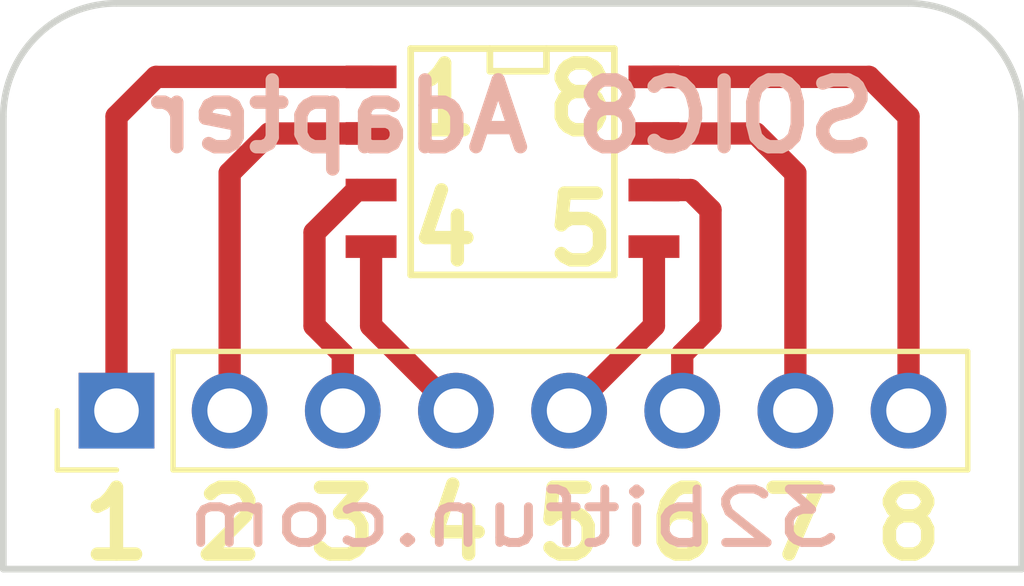
<source format=kicad_pcb>
(kicad_pcb (version 4) (host pcbnew 4.0.7-e2-6376~58~ubuntu16.04.1)

  (general
    (links 0)
    (no_connects 0)
    (area 151.054999 67.234999 174.065001 80.085001)
    (thickness 1.6)
    (drawings 20)
    (tracks 26)
    (zones 0)
    (modules 2)
    (nets 1)
  )

  (page A4)
  (layers
    (0 F.Cu signal)
    (31 B.Cu signal)
    (32 B.Adhes user)
    (33 F.Adhes user)
    (34 B.Paste user)
    (35 F.Paste user)
    (36 B.SilkS user)
    (37 F.SilkS user)
    (38 B.Mask user)
    (39 F.Mask user)
    (40 Dwgs.User user)
    (41 Cmts.User user)
    (42 Eco1.User user)
    (43 Eco2.User user)
    (44 Edge.Cuts user)
    (45 Margin user)
    (46 B.CrtYd user)
    (47 F.CrtYd user)
    (48 B.Fab user)
    (49 F.Fab user)
  )

  (setup
    (last_trace_width 0.5)
    (user_trace_width 0.25)
    (user_trace_width 0.3)
    (user_trace_width 0.4)
    (user_trace_width 0.5)
    (user_trace_width 0.8)
    (user_trace_width 1)
    (user_trace_width 2.5)
    (user_trace_width 5)
    (trace_clearance 0.2)
    (zone_clearance 0.508)
    (zone_45_only no)
    (trace_min 0.2)
    (segment_width 0.2)
    (edge_width 0.15)
    (via_size 0.6)
    (via_drill 0.4)
    (via_min_size 0.4)
    (via_min_drill 0.3)
    (uvia_size 0.3)
    (uvia_drill 0.1)
    (uvias_allowed no)
    (uvia_min_size 0.2)
    (uvia_min_drill 0.1)
    (pcb_text_width 0.3)
    (pcb_text_size 1.5 1.5)
    (mod_edge_width 0.15)
    (mod_text_size 1 1)
    (mod_text_width 0.15)
    (pad_size 1.524 1.524)
    (pad_drill 0.762)
    (pad_to_mask_clearance 0.2)
    (aux_axis_origin 0 0)
    (visible_elements FFFFFF7F)
    (pcbplotparams
      (layerselection 0x00030_80000001)
      (usegerberextensions false)
      (excludeedgelayer true)
      (linewidth 0.100000)
      (plotframeref false)
      (viasonmask false)
      (mode 1)
      (useauxorigin false)
      (hpglpennumber 1)
      (hpglpenspeed 20)
      (hpglpendiameter 15)
      (hpglpenoverlay 2)
      (psnegative false)
      (psa4output false)
      (plotreference true)
      (plotvalue true)
      (plotinvisibletext false)
      (padsonsilk false)
      (subtractmaskfromsilk false)
      (outputformat 1)
      (mirror false)
      (drillshape 1)
      (scaleselection 1)
      (outputdirectory ""))
  )

  (net 0 "")

  (net_class Default "This is the default net class."
    (clearance 0.2)
    (trace_width 0.25)
    (via_dia 0.6)
    (via_drill 0.4)
    (uvia_dia 0.3)
    (uvia_drill 0.1)
  )

  (module SMD_Packages:SOIC-8-N (layer F.Cu) (tedit 5A19F7A7) (tstamp 5A866BAE)
    (at 74.676 104.14 270)
    (descr "Module Narrow CMS SOJ 8 pins large")
    (tags "CMS SOJ")
    (attr smd)
    (fp_text reference REF** (at 0 -1.27 270) (layer F.SilkS) hide
      (effects (font (size 1 1) (thickness 0.15)))
    )
    (fp_text value SOIC-8-N (at 0 1.27 270) (layer F.Fab) hide
      (effects (font (size 1 1) (thickness 0.15)))
    )
    (fp_line (start -2.54 -2.286) (end 2.54 -2.286) (layer F.SilkS) (width 0.15))
    (fp_line (start 2.54 -2.286) (end 2.54 2.286) (layer F.SilkS) (width 0.15))
    (fp_line (start 2.54 2.286) (end -2.54 2.286) (layer F.SilkS) (width 0.15))
    (fp_line (start -2.54 2.286) (end -2.54 -2.286) (layer F.SilkS) (width 0.15))
    (fp_line (start -2.54 -0.762) (end -2.032 -0.762) (layer F.SilkS) (width 0.15))
    (fp_line (start -2.032 -0.762) (end -2.032 0.508) (layer F.SilkS) (width 0.15))
    (fp_line (start -2.032 0.508) (end -2.54 0.508) (layer F.SilkS) (width 0.15))
    (pad 8 smd rect (at -1.905 -3.175 270) (size 0.508 1.143) (layers F.Cu F.Paste F.Mask))
    (pad 7 smd rect (at -0.635 -3.175 270) (size 0.508 1.143) (layers F.Cu F.Paste F.Mask))
    (pad 6 smd rect (at 0.635 -3.175 270) (size 0.508 1.143) (layers F.Cu F.Paste F.Mask))
    (pad 5 smd rect (at 1.905 -3.175 270) (size 0.508 1.143) (layers F.Cu F.Paste F.Mask))
    (pad 4 smd rect (at 1.905 3.175 270) (size 0.508 1.143) (layers F.Cu F.Paste F.Mask))
    (pad 3 smd rect (at 0.635 3.175 270) (size 0.508 1.143) (layers F.Cu F.Paste F.Mask))
    (pad 2 smd rect (at -0.635 3.175 270) (size 0.508 1.143) (layers F.Cu F.Paste F.Mask))
    (pad 1 smd rect (at -1.905 3.175 270) (size 0.508 1.143) (layers F.Cu F.Paste F.Mask))
    (model SMD_Packages.3dshapes/SOIC-8-N.wrl
      (at (xyz 0 0 0))
      (scale (xyz 0.5 0.38 0.5))
      (rotate (xyz 0 0 0))
    )
  )

  (module Pin_Headers:Pin_Header_Straight_1x08_Pitch2.54mm (layer F.Cu) (tedit 5A19FB7B) (tstamp 5A866B37)
    (at 65.786 109.728 90)
    (descr "Through hole straight pin header, 1x08, 2.54mm pitch, single row")
    (tags "Through hole pin header THT 1x08 2.54mm single row")
    (fp_text reference REF** (at 0 -2.33 90) (layer F.SilkS) hide
      (effects (font (size 1 1) (thickness 0.15)))
    )
    (fp_text value Pin_Header_Straight_1x08_Pitch2.54mm (at 0 20.11 90) (layer F.Fab) hide
      (effects (font (size 1 1) (thickness 0.15)))
    )
    (fp_line (start -0.635 -1.27) (end 1.27 -1.27) (layer F.Fab) (width 0.1))
    (fp_line (start 1.27 -1.27) (end 1.27 19.05) (layer F.Fab) (width 0.1))
    (fp_line (start 1.27 19.05) (end -1.27 19.05) (layer F.Fab) (width 0.1))
    (fp_line (start -1.27 19.05) (end -1.27 -0.635) (layer F.Fab) (width 0.1))
    (fp_line (start -1.27 -0.635) (end -0.635 -1.27) (layer F.Fab) (width 0.1))
    (fp_line (start -1.33 19.11) (end 1.33 19.11) (layer F.SilkS) (width 0.12))
    (fp_line (start -1.33 1.27) (end -1.33 19.11) (layer F.SilkS) (width 0.12))
    (fp_line (start 1.33 1.27) (end 1.33 19.11) (layer F.SilkS) (width 0.12))
    (fp_line (start -1.33 1.27) (end 1.33 1.27) (layer F.SilkS) (width 0.12))
    (fp_line (start -1.33 0) (end -1.33 -1.33) (layer F.SilkS) (width 0.12))
    (fp_line (start -1.33 -1.33) (end 0 -1.33) (layer F.SilkS) (width 0.12))
    (fp_line (start -1.8 -1.8) (end -1.8 19.55) (layer F.CrtYd) (width 0.05))
    (fp_line (start -1.8 19.55) (end 1.8 19.55) (layer F.CrtYd) (width 0.05))
    (fp_line (start 1.8 19.55) (end 1.8 -1.8) (layer F.CrtYd) (width 0.05))
    (fp_line (start 1.8 -1.8) (end -1.8 -1.8) (layer F.CrtYd) (width 0.05))
    (fp_text user %R (at 0 8.89 180) (layer F.Fab) hide
      (effects (font (size 1 1) (thickness 0.15)))
    )
    (pad 1 thru_hole rect (at 0 0 90) (size 1.7 1.7) (drill 1) (layers *.Cu *.Mask))
    (pad 2 thru_hole oval (at 0 2.54 90) (size 1.7 1.7) (drill 1) (layers *.Cu *.Mask))
    (pad 3 thru_hole oval (at 0 5.08 90) (size 1.7 1.7) (drill 1) (layers *.Cu *.Mask))
    (pad 4 thru_hole oval (at 0 7.62 90) (size 1.7 1.7) (drill 1) (layers *.Cu *.Mask))
    (pad 5 thru_hole oval (at 0 10.16 90) (size 1.7 1.7) (drill 1) (layers *.Cu *.Mask))
    (pad 6 thru_hole oval (at 0 12.7 90) (size 1.7 1.7) (drill 1) (layers *.Cu *.Mask))
    (pad 7 thru_hole oval (at 0 15.24 90) (size 1.7 1.7) (drill 1) (layers *.Cu *.Mask))
    (pad 8 thru_hole oval (at 0 17.78 90) (size 1.7 1.7) (drill 1) (layers *.Cu *.Mask))
    (model ${KISYS3DMOD}/Pin_Headers.3dshapes/Pin_Header_Straight_1x08_Pitch2.54mm.wrl
      (at (xyz 0 0 0))
      (scale (xyz 1 1 1))
      (rotate (xyz 0 0 0))
    )
  )

  (gr_text 32bitfun.com (at 74.676 112.141) (layer B.SilkS)
    (effects (font (size 1.2 1.5) (thickness 0.2)) (justify mirror))
  )
  (gr_text "SOIC8 Adapter" (at 74.676 103.124) (layer B.SilkS)
    (effects (font (size 1.5 1.5) (thickness 0.3)) (justify mirror))
  )
  (gr_line (start 63.246 103.124) (end 63.246 113.284) (layer Edge.Cuts) (width 0.15))
  (gr_line (start 86.106 103.124) (end 86.106 113.284) (layer Edge.Cuts) (width 0.15))
  (gr_line (start 83.566 100.584) (end 65.786 100.584) (layer Edge.Cuts) (width 0.15))
  (gr_arc (start 65.786 103.124) (end 63.246 103.124) (angle 90) (layer Edge.Cuts) (width 0.15))
  (gr_arc (start 83.566 103.124) (end 83.566 100.584) (angle 90) (layer Edge.Cuts) (width 0.15))
  (gr_line (start 63.246 113.284) (end 86.106 113.284) (layer Edge.Cuts) (width 0.15))
  (gr_text 1 (at 73.152 102.743) (layer F.SilkS)
    (effects (font (size 1.5 1.5) (thickness 0.3)))
  )
  (gr_text 4 (at 73.152 105.664) (layer F.SilkS)
    (effects (font (size 1.5 1.5) (thickness 0.3)))
  )
  (gr_text 5 (at 76.2 105.664) (layer F.SilkS)
    (effects (font (size 1.5 1.5) (thickness 0.3)))
  )
  (gr_text 8 (at 76.2 102.743) (layer F.SilkS)
    (effects (font (size 1.5 1.5) (thickness 0.3)))
  )
  (gr_text 8 (at 83.566 112.268) (layer F.SilkS)
    (effects (font (size 1.5 1.5) (thickness 0.3)))
  )
  (gr_text 7 (at 81.026 112.268) (layer F.SilkS)
    (effects (font (size 1.5 1.5) (thickness 0.3)))
  )
  (gr_text 6 (at 78.486 112.268) (layer F.SilkS)
    (effects (font (size 1.5 1.5) (thickness 0.3)))
  )
  (gr_text 5 (at 75.946 112.268) (layer F.SilkS)
    (effects (font (size 1.5 1.5) (thickness 0.3)))
  )
  (gr_text 4 (at 73.406 112.268) (layer F.SilkS)
    (effects (font (size 1.5 1.5) (thickness 0.3)))
  )
  (gr_text 3 (at 70.866 112.268) (layer F.SilkS)
    (effects (font (size 1.5 1.5) (thickness 0.3)))
  )
  (gr_text 2 (at 68.326 112.268) (layer F.SilkS)
    (effects (font (size 1.5 1.5) (thickness 0.3)))
  )
  (gr_text 1 (at 65.786 112.268) (layer F.SilkS)
    (effects (font (size 1.5 1.5) (thickness 0.3)))
  )

  (segment (start 77.851 102.235) (end 82.677 102.235) (width 0.5) (layer F.Cu) (net 0))
  (segment (start 82.677 102.235) (end 83.566 103.124) (width 0.5) (layer F.Cu) (net 0))
  (segment (start 83.566 103.124) (end 83.566 109.728) (width 0.5) (layer F.Cu) (net 0))
  (segment (start 71.501 102.235) (end 66.675 102.235) (width 0.5) (layer F.Cu) (net 0))
  (segment (start 66.675 102.235) (end 65.786 103.124) (width 0.5) (layer F.Cu) (net 0))
  (segment (start 65.786 103.124) (end 65.786 109.728) (width 0.5) (layer F.Cu) (net 0))
  (segment (start 77.851 103.505) (end 80.137 103.505) (width 0.5) (layer F.Cu) (net 0))
  (segment (start 80.137 103.505) (end 81.026 104.394) (width 0.5) (layer F.Cu) (net 0))
  (segment (start 81.026 104.394) (end 81.026 109.728) (width 0.5) (layer F.Cu) (net 0))
  (segment (start 71.501 103.505) (end 69.215 103.505) (width 0.5) (layer F.Cu) (net 0))
  (segment (start 69.215 103.505) (end 68.326 104.394) (width 0.5) (layer F.Cu) (net 0))
  (segment (start 68.326 104.394) (end 68.326 109.728) (width 0.5) (layer F.Cu) (net 0))
  (segment (start 79.121 107.823) (end 78.486 108.458) (width 0.5) (layer F.Cu) (net 0))
  (segment (start 78.486 108.458) (end 78.486 109.728) (width 0.5) (layer F.Cu) (net 0))
  (segment (start 79.121 105.2235) (end 79.121 107.823) (width 0.5) (layer F.Cu) (net 0))
  (segment (start 77.851 104.775) (end 78.6725 104.775) (width 0.5) (layer F.Cu) (net 0))
  (segment (start 78.6725 104.775) (end 79.121 105.2235) (width 0.5) (layer F.Cu) (net 0))
  (segment (start 70.231 107.823) (end 70.866 108.458) (width 0.5) (layer F.Cu) (net 0))
  (segment (start 70.866 108.458) (end 70.866 109.728) (width 0.5) (layer F.Cu) (net 0))
  (segment (start 70.231 105.7275) (end 70.231 107.823) (width 0.5) (layer F.Cu) (net 0))
  (segment (start 71.501 104.775) (end 71.1835 104.775) (width 0.25) (layer F.Cu) (net 0))
  (segment (start 71.1835 104.775) (end 70.231 105.7275) (width 0.5) (layer F.Cu) (net 0))
  (segment (start 77.851 106.045) (end 77.851 107.823) (width 0.5) (layer F.Cu) (net 0))
  (segment (start 77.851 107.823) (end 75.946 109.728) (width 0.5) (layer F.Cu) (net 0))
  (segment (start 71.501 106.045) (end 71.501 107.823) (width 0.5) (layer F.Cu) (net 0))
  (segment (start 71.501 107.823) (end 73.406 109.728) (width 0.5) (layer F.Cu) (net 0))

)

</source>
